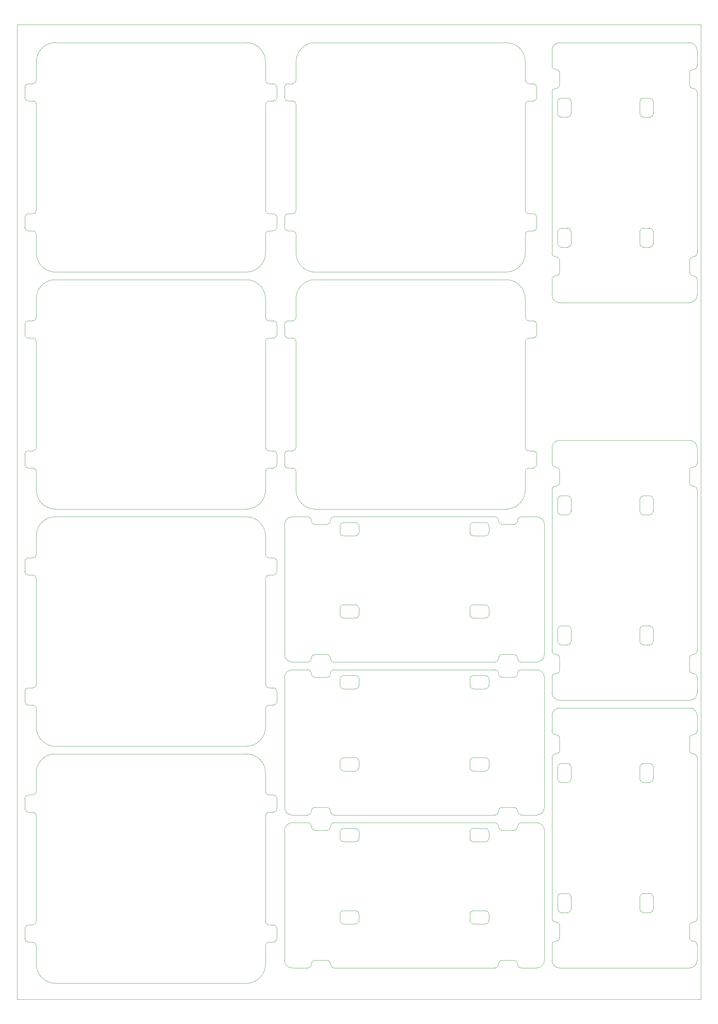
<source format=gbr>
%TF.GenerationSoftware,KiCad,Pcbnew,5.1.7-a382d34a8~87~ubuntu18.04.1*%
%TF.CreationDate,2020-11-13T15:53:22+02:00*%
%TF.ProjectId,panel,70616e65-6c2e-46b6-9963-61645f706362,Rev. A*%
%TF.SameCoordinates,Original*%
%TF.FileFunction,OtherDrawing,Comment*%
%FSLAX46Y46*%
G04 Gerber Fmt 4.6, Leading zero omitted, Abs format (unit mm)*
G04 Created by KiCad (PCBNEW 5.1.7-a382d34a8~87~ubuntu18.04.1) date 2020-11-13 15:53:22*
%MOMM*%
%LPD*%
G01*
G04 APERTURE LIST*
%ADD10C,0.050000*%
G04 APERTURE END LIST*
D10*
X256250000Y-277250000D02*
X77250000Y-277250000D01*
X195750000Y-255000000D02*
X195750000Y-256500000D01*
X200750000Y-256500000D02*
X200750000Y-255000000D01*
X200750000Y-256500000D02*
G75*
G02*
X199750000Y-257500000I-1000000J0D01*
G01*
X195750000Y-255000000D02*
G75*
G02*
X196750000Y-254000000I1000000J0D01*
G01*
X199750000Y-254000000D02*
X196750000Y-254000000D01*
X213250000Y-231000000D02*
G75*
G02*
X215250000Y-233000000I0J-2000000D01*
G01*
X153250000Y-231000000D02*
X149250000Y-231000000D01*
X162750000Y-236000000D02*
X165750000Y-236000000D01*
X196750000Y-257500000D02*
X199750000Y-257500000D01*
X207250000Y-267000000D02*
X204250000Y-267000000D01*
X209250000Y-269000000D02*
G75*
G02*
X208250000Y-268000000I0J1000000D01*
G01*
X199750000Y-254000000D02*
G75*
G02*
X200750000Y-255000000I0J-1000000D01*
G01*
X208250000Y-232000000D02*
G75*
G02*
X209250000Y-231000000I1000000J0D01*
G01*
X204250000Y-233000000D02*
X207250000Y-233000000D01*
X162750000Y-257500000D02*
G75*
G02*
X161750000Y-256500000I0J1000000D01*
G01*
X199750000Y-232500000D02*
X196750000Y-232500000D01*
X155250000Y-233000000D02*
G75*
G02*
X154250000Y-232000000I0J1000000D01*
G01*
X154250000Y-268000000D02*
G75*
G02*
X155250000Y-267000000I1000000J0D01*
G01*
X153250000Y-231000000D02*
G75*
G02*
X154250000Y-232000000I0J-1000000D01*
G01*
X200750000Y-235000000D02*
X200750000Y-233500000D01*
X195750000Y-233500000D02*
X195750000Y-235000000D01*
X166750000Y-256500000D02*
X166750000Y-255000000D01*
X215250000Y-254000000D02*
X215250000Y-233000000D01*
X202250000Y-231000000D02*
X160250000Y-231000000D01*
X166750000Y-256500000D02*
G75*
G02*
X165750000Y-257500000I-1000000J0D01*
G01*
X158250000Y-267000000D02*
X155250000Y-267000000D01*
X213250000Y-269000000D02*
X209250000Y-269000000D01*
X162750000Y-257500000D02*
X165750000Y-257500000D01*
X195750000Y-233500000D02*
G75*
G02*
X196750000Y-232500000I1000000J0D01*
G01*
X165750000Y-232500000D02*
G75*
G02*
X166750000Y-233500000I0J-1000000D01*
G01*
X196750000Y-236000000D02*
X199750000Y-236000000D01*
X196750000Y-257500000D02*
G75*
G02*
X195750000Y-256500000I0J1000000D01*
G01*
X154250000Y-268000000D02*
G75*
G02*
X153250000Y-269000000I-1000000J0D01*
G01*
X160250000Y-269000000D02*
G75*
G02*
X159250000Y-268000000I0J1000000D01*
G01*
X165750000Y-254000000D02*
X162750000Y-254000000D01*
X165750000Y-254000000D02*
G75*
G02*
X166750000Y-255000000I0J-1000000D01*
G01*
X149250000Y-269000000D02*
G75*
G02*
X147250000Y-267000000I0J2000000D01*
G01*
X215250000Y-267000000D02*
G75*
G02*
X213250000Y-269000000I-2000000J0D01*
G01*
X199750000Y-232500000D02*
G75*
G02*
X200750000Y-233500000I0J-1000000D01*
G01*
X158250000Y-267000000D02*
G75*
G02*
X159250000Y-268000000I0J-1000000D01*
G01*
X203250000Y-268000000D02*
G75*
G02*
X202250000Y-269000000I-1000000J0D01*
G01*
X200750000Y-235000000D02*
G75*
G02*
X199750000Y-236000000I-1000000J0D01*
G01*
X147250000Y-233000000D02*
X147250000Y-267000000D01*
X160250000Y-269000000D02*
X202250000Y-269000000D01*
X161750000Y-233500000D02*
X161750000Y-235000000D01*
X166750000Y-235000000D02*
X166750000Y-233500000D01*
X165750000Y-232500000D02*
X162750000Y-232500000D01*
X161750000Y-255000000D02*
X161750000Y-256500000D01*
X161750000Y-255000000D02*
G75*
G02*
X162750000Y-254000000I1000000J0D01*
G01*
X202250000Y-231000000D02*
G75*
G02*
X203250000Y-232000000I0J-1000000D01*
G01*
X204250000Y-233000000D02*
G75*
G02*
X203250000Y-232000000I0J1000000D01*
G01*
X159250000Y-232000000D02*
G75*
G02*
X160250000Y-231000000I1000000J0D01*
G01*
X207250000Y-267000000D02*
G75*
G02*
X208250000Y-268000000I0J-1000000D01*
G01*
X203250000Y-268000000D02*
G75*
G02*
X204250000Y-267000000I1000000J0D01*
G01*
X162750000Y-236000000D02*
G75*
G02*
X161750000Y-235000000I0J1000000D01*
G01*
X153250000Y-269000000D02*
X149250000Y-269000000D01*
X147250000Y-233000000D02*
G75*
G02*
X149250000Y-231000000I2000000J0D01*
G01*
X196750000Y-236000000D02*
G75*
G02*
X195750000Y-235000000I0J1000000D01*
G01*
X166750000Y-235000000D02*
G75*
G02*
X165750000Y-236000000I-1000000J0D01*
G01*
X161750000Y-233500000D02*
G75*
G02*
X162750000Y-232500000I1000000J0D01*
G01*
X208250000Y-232000000D02*
G75*
G02*
X207250000Y-233000000I-1000000J0D01*
G01*
X159250000Y-232000000D02*
G75*
G02*
X158250000Y-233000000I-1000000J0D01*
G01*
X155250000Y-233000000D02*
X158250000Y-233000000D01*
X215250000Y-267000000D02*
X215250000Y-254000000D01*
X209250000Y-231000000D02*
X213250000Y-231000000D01*
X195750000Y-215000000D02*
X195750000Y-216500000D01*
X200750000Y-216500000D02*
X200750000Y-215000000D01*
X200750000Y-216500000D02*
G75*
G02*
X199750000Y-217500000I-1000000J0D01*
G01*
X195750000Y-215000000D02*
G75*
G02*
X196750000Y-214000000I1000000J0D01*
G01*
X199750000Y-214000000D02*
X196750000Y-214000000D01*
X213250000Y-191000000D02*
G75*
G02*
X215250000Y-193000000I0J-2000000D01*
G01*
X153250000Y-191000000D02*
X149250000Y-191000000D01*
X162750000Y-196000000D02*
X165750000Y-196000000D01*
X196750000Y-217500000D02*
X199750000Y-217500000D01*
X207250000Y-227000000D02*
X204250000Y-227000000D01*
X209250000Y-229000000D02*
G75*
G02*
X208250000Y-228000000I0J1000000D01*
G01*
X199750000Y-214000000D02*
G75*
G02*
X200750000Y-215000000I0J-1000000D01*
G01*
X208250000Y-192000000D02*
G75*
G02*
X209250000Y-191000000I1000000J0D01*
G01*
X204250000Y-193000000D02*
X207250000Y-193000000D01*
X162750000Y-217500000D02*
G75*
G02*
X161750000Y-216500000I0J1000000D01*
G01*
X199750000Y-192500000D02*
X196750000Y-192500000D01*
X155250000Y-193000000D02*
G75*
G02*
X154250000Y-192000000I0J1000000D01*
G01*
X154250000Y-228000000D02*
G75*
G02*
X155250000Y-227000000I1000000J0D01*
G01*
X153250000Y-191000000D02*
G75*
G02*
X154250000Y-192000000I0J-1000000D01*
G01*
X200750000Y-195000000D02*
X200750000Y-193500000D01*
X195750000Y-193500000D02*
X195750000Y-195000000D01*
X166750000Y-216500000D02*
X166750000Y-215000000D01*
X215250000Y-214000000D02*
X215250000Y-193000000D01*
X202250000Y-191000000D02*
X160250000Y-191000000D01*
X166750000Y-216500000D02*
G75*
G02*
X165750000Y-217500000I-1000000J0D01*
G01*
X158250000Y-227000000D02*
X155250000Y-227000000D01*
X213250000Y-229000000D02*
X209250000Y-229000000D01*
X162750000Y-217500000D02*
X165750000Y-217500000D01*
X195750000Y-193500000D02*
G75*
G02*
X196750000Y-192500000I1000000J0D01*
G01*
X165750000Y-192500000D02*
G75*
G02*
X166750000Y-193500000I0J-1000000D01*
G01*
X196750000Y-196000000D02*
X199750000Y-196000000D01*
X196750000Y-217500000D02*
G75*
G02*
X195750000Y-216500000I0J1000000D01*
G01*
X154250000Y-228000000D02*
G75*
G02*
X153250000Y-229000000I-1000000J0D01*
G01*
X160250000Y-229000000D02*
G75*
G02*
X159250000Y-228000000I0J1000000D01*
G01*
X165750000Y-214000000D02*
X162750000Y-214000000D01*
X165750000Y-214000000D02*
G75*
G02*
X166750000Y-215000000I0J-1000000D01*
G01*
X149250000Y-229000000D02*
G75*
G02*
X147250000Y-227000000I0J2000000D01*
G01*
X215250000Y-227000000D02*
G75*
G02*
X213250000Y-229000000I-2000000J0D01*
G01*
X199750000Y-192500000D02*
G75*
G02*
X200750000Y-193500000I0J-1000000D01*
G01*
X158250000Y-227000000D02*
G75*
G02*
X159250000Y-228000000I0J-1000000D01*
G01*
X203250000Y-228000000D02*
G75*
G02*
X202250000Y-229000000I-1000000J0D01*
G01*
X200750000Y-195000000D02*
G75*
G02*
X199750000Y-196000000I-1000000J0D01*
G01*
X147250000Y-193000000D02*
X147250000Y-227000000D01*
X160250000Y-229000000D02*
X202250000Y-229000000D01*
X161750000Y-193500000D02*
X161750000Y-195000000D01*
X166750000Y-195000000D02*
X166750000Y-193500000D01*
X165750000Y-192500000D02*
X162750000Y-192500000D01*
X161750000Y-215000000D02*
X161750000Y-216500000D01*
X161750000Y-215000000D02*
G75*
G02*
X162750000Y-214000000I1000000J0D01*
G01*
X202250000Y-191000000D02*
G75*
G02*
X203250000Y-192000000I0J-1000000D01*
G01*
X204250000Y-193000000D02*
G75*
G02*
X203250000Y-192000000I0J1000000D01*
G01*
X159250000Y-192000000D02*
G75*
G02*
X160250000Y-191000000I1000000J0D01*
G01*
X207250000Y-227000000D02*
G75*
G02*
X208250000Y-228000000I0J-1000000D01*
G01*
X203250000Y-228000000D02*
G75*
G02*
X204250000Y-227000000I1000000J0D01*
G01*
X162750000Y-196000000D02*
G75*
G02*
X161750000Y-195000000I0J1000000D01*
G01*
X153250000Y-229000000D02*
X149250000Y-229000000D01*
X147250000Y-193000000D02*
G75*
G02*
X149250000Y-191000000I2000000J0D01*
G01*
X196750000Y-196000000D02*
G75*
G02*
X195750000Y-195000000I0J1000000D01*
G01*
X166750000Y-195000000D02*
G75*
G02*
X165750000Y-196000000I-1000000J0D01*
G01*
X161750000Y-193500000D02*
G75*
G02*
X162750000Y-192500000I1000000J0D01*
G01*
X208250000Y-192000000D02*
G75*
G02*
X207250000Y-193000000I-1000000J0D01*
G01*
X159250000Y-192000000D02*
G75*
G02*
X158250000Y-193000000I-1000000J0D01*
G01*
X155250000Y-193000000D02*
X158250000Y-193000000D01*
X215250000Y-227000000D02*
X215250000Y-214000000D01*
X209250000Y-191000000D02*
X213250000Y-191000000D01*
X195750000Y-175000000D02*
X195750000Y-176500000D01*
X200750000Y-176500000D02*
X200750000Y-175000000D01*
X200750000Y-176500000D02*
G75*
G02*
X199750000Y-177500000I-1000000J0D01*
G01*
X195750000Y-175000000D02*
G75*
G02*
X196750000Y-174000000I1000000J0D01*
G01*
X199750000Y-174000000D02*
X196750000Y-174000000D01*
X213250000Y-151000000D02*
G75*
G02*
X215250000Y-153000000I0J-2000000D01*
G01*
X153250000Y-151000000D02*
X149250000Y-151000000D01*
X162750000Y-156000000D02*
X165750000Y-156000000D01*
X196750000Y-177500000D02*
X199750000Y-177500000D01*
X207250000Y-187000000D02*
X204250000Y-187000000D01*
X209250000Y-189000000D02*
G75*
G02*
X208250000Y-188000000I0J1000000D01*
G01*
X199750000Y-174000000D02*
G75*
G02*
X200750000Y-175000000I0J-1000000D01*
G01*
X208250000Y-152000000D02*
G75*
G02*
X209250000Y-151000000I1000000J0D01*
G01*
X204250000Y-153000000D02*
X207250000Y-153000000D01*
X162750000Y-177500000D02*
G75*
G02*
X161750000Y-176500000I0J1000000D01*
G01*
X199750000Y-152500000D02*
X196750000Y-152500000D01*
X155250000Y-153000000D02*
G75*
G02*
X154250000Y-152000000I0J1000000D01*
G01*
X154250000Y-188000000D02*
G75*
G02*
X155250000Y-187000000I1000000J0D01*
G01*
X153250000Y-151000000D02*
G75*
G02*
X154250000Y-152000000I0J-1000000D01*
G01*
X200750000Y-155000000D02*
X200750000Y-153500000D01*
X195750000Y-153500000D02*
X195750000Y-155000000D01*
X166750000Y-176500000D02*
X166750000Y-175000000D01*
X215250000Y-174000000D02*
X215250000Y-153000000D01*
X202250000Y-151000000D02*
X160250000Y-151000000D01*
X166750000Y-176500000D02*
G75*
G02*
X165750000Y-177500000I-1000000J0D01*
G01*
X158250000Y-187000000D02*
X155250000Y-187000000D01*
X213250000Y-189000000D02*
X209250000Y-189000000D01*
X162750000Y-177500000D02*
X165750000Y-177500000D01*
X195750000Y-153500000D02*
G75*
G02*
X196750000Y-152500000I1000000J0D01*
G01*
X165750000Y-152500000D02*
G75*
G02*
X166750000Y-153500000I0J-1000000D01*
G01*
X196750000Y-156000000D02*
X199750000Y-156000000D01*
X196750000Y-177500000D02*
G75*
G02*
X195750000Y-176500000I0J1000000D01*
G01*
X154250000Y-188000000D02*
G75*
G02*
X153250000Y-189000000I-1000000J0D01*
G01*
X160250000Y-189000000D02*
G75*
G02*
X159250000Y-188000000I0J1000000D01*
G01*
X165750000Y-174000000D02*
X162750000Y-174000000D01*
X165750000Y-174000000D02*
G75*
G02*
X166750000Y-175000000I0J-1000000D01*
G01*
X149250000Y-189000000D02*
G75*
G02*
X147250000Y-187000000I0J2000000D01*
G01*
X215250000Y-187000000D02*
G75*
G02*
X213250000Y-189000000I-2000000J0D01*
G01*
X199750000Y-152500000D02*
G75*
G02*
X200750000Y-153500000I0J-1000000D01*
G01*
X158250000Y-187000000D02*
G75*
G02*
X159250000Y-188000000I0J-1000000D01*
G01*
X203250000Y-188000000D02*
G75*
G02*
X202250000Y-189000000I-1000000J0D01*
G01*
X200750000Y-155000000D02*
G75*
G02*
X199750000Y-156000000I-1000000J0D01*
G01*
X147250000Y-153000000D02*
X147250000Y-187000000D01*
X160250000Y-189000000D02*
X202250000Y-189000000D01*
X161750000Y-153500000D02*
X161750000Y-155000000D01*
X166750000Y-155000000D02*
X166750000Y-153500000D01*
X165750000Y-152500000D02*
X162750000Y-152500000D01*
X161750000Y-175000000D02*
X161750000Y-176500000D01*
X161750000Y-175000000D02*
G75*
G02*
X162750000Y-174000000I1000000J0D01*
G01*
X202250000Y-151000000D02*
G75*
G02*
X203250000Y-152000000I0J-1000000D01*
G01*
X204250000Y-153000000D02*
G75*
G02*
X203250000Y-152000000I0J1000000D01*
G01*
X159250000Y-152000000D02*
G75*
G02*
X160250000Y-151000000I1000000J0D01*
G01*
X207250000Y-187000000D02*
G75*
G02*
X208250000Y-188000000I0J-1000000D01*
G01*
X203250000Y-188000000D02*
G75*
G02*
X204250000Y-187000000I1000000J0D01*
G01*
X162750000Y-156000000D02*
G75*
G02*
X161750000Y-155000000I0J1000000D01*
G01*
X153250000Y-189000000D02*
X149250000Y-189000000D01*
X147250000Y-153000000D02*
G75*
G02*
X149250000Y-151000000I2000000J0D01*
G01*
X196750000Y-156000000D02*
G75*
G02*
X195750000Y-155000000I0J1000000D01*
G01*
X166750000Y-155000000D02*
G75*
G02*
X165750000Y-156000000I-1000000J0D01*
G01*
X161750000Y-153500000D02*
G75*
G02*
X162750000Y-152500000I1000000J0D01*
G01*
X208250000Y-152000000D02*
G75*
G02*
X207250000Y-153000000I-1000000J0D01*
G01*
X159250000Y-152000000D02*
G75*
G02*
X158250000Y-153000000I-1000000J0D01*
G01*
X155250000Y-153000000D02*
X158250000Y-153000000D01*
X215250000Y-187000000D02*
X215250000Y-174000000D01*
X209250000Y-151000000D02*
X213250000Y-151000000D01*
X241250000Y-220500000D02*
X242750000Y-220500000D01*
X242750000Y-215500000D02*
X241250000Y-215500000D01*
X242750000Y-215500000D02*
G75*
G02*
X243750000Y-216500000I0J-1000000D01*
G01*
X241250000Y-220500000D02*
G75*
G02*
X240250000Y-219500000I0J1000000D01*
G01*
X240250000Y-216500000D02*
X240250000Y-219500000D01*
X217250000Y-203000000D02*
G75*
G02*
X219250000Y-201000000I2000000J0D01*
G01*
X217250000Y-263000000D02*
X217250000Y-267000000D01*
X222250000Y-253500000D02*
X222250000Y-250500000D01*
X243750000Y-219500000D02*
X243750000Y-216500000D01*
X253250000Y-209000000D02*
X253250000Y-212000000D01*
X255250000Y-207000000D02*
G75*
G02*
X254250000Y-208000000I-1000000J0D01*
G01*
X240250000Y-216500000D02*
G75*
G02*
X241250000Y-215500000I1000000J0D01*
G01*
X218250000Y-208000000D02*
G75*
G02*
X217250000Y-207000000I0J1000000D01*
G01*
X219250000Y-212000000D02*
X219250000Y-209000000D01*
X243750000Y-253500000D02*
G75*
G02*
X242750000Y-254500000I-1000000J0D01*
G01*
X218750000Y-216500000D02*
X218750000Y-219500000D01*
X219250000Y-261000000D02*
G75*
G02*
X218250000Y-262000000I-1000000J0D01*
G01*
X254250000Y-262000000D02*
G75*
G02*
X253250000Y-261000000I0J1000000D01*
G01*
X217250000Y-263000000D02*
G75*
G02*
X218250000Y-262000000I1000000J0D01*
G01*
X221250000Y-215500000D02*
X219750000Y-215500000D01*
X219750000Y-220500000D02*
X221250000Y-220500000D01*
X242750000Y-249500000D02*
X241250000Y-249500000D01*
X240250000Y-201000000D02*
X219250000Y-201000000D01*
X217250000Y-214000000D02*
X217250000Y-256000000D01*
X242750000Y-249500000D02*
G75*
G02*
X243750000Y-250500000I0J-1000000D01*
G01*
X253250000Y-258000000D02*
X253250000Y-261000000D01*
X255250000Y-203000000D02*
X255250000Y-207000000D01*
X243750000Y-253500000D02*
X243750000Y-250500000D01*
X219750000Y-220500000D02*
G75*
G02*
X218750000Y-219500000I0J1000000D01*
G01*
X218750000Y-250500000D02*
G75*
G02*
X219750000Y-249500000I1000000J0D01*
G01*
X222250000Y-219500000D02*
X222250000Y-216500000D01*
X243750000Y-219500000D02*
G75*
G02*
X242750000Y-220500000I-1000000J0D01*
G01*
X254250000Y-262000000D02*
G75*
G02*
X255250000Y-263000000I0J-1000000D01*
G01*
X255250000Y-256000000D02*
G75*
G02*
X254250000Y-257000000I-1000000J0D01*
G01*
X240250000Y-250500000D02*
X240250000Y-253500000D01*
X240250000Y-250500000D02*
G75*
G02*
X241250000Y-249500000I1000000J0D01*
G01*
X255250000Y-267000000D02*
G75*
G02*
X253250000Y-269000000I-2000000J0D01*
G01*
X253250000Y-201000000D02*
G75*
G02*
X255250000Y-203000000I0J-2000000D01*
G01*
X218750000Y-216500000D02*
G75*
G02*
X219750000Y-215500000I1000000J0D01*
G01*
X253250000Y-258000000D02*
G75*
G02*
X254250000Y-257000000I1000000J0D01*
G01*
X254250000Y-213000000D02*
G75*
G02*
X255250000Y-214000000I0J-1000000D01*
G01*
X221250000Y-215500000D02*
G75*
G02*
X222250000Y-216500000I0J-1000000D01*
G01*
X219250000Y-269000000D02*
X253250000Y-269000000D01*
X255250000Y-256000000D02*
X255250000Y-214000000D01*
X219750000Y-254500000D02*
X221250000Y-254500000D01*
X221250000Y-249500000D02*
X219750000Y-249500000D01*
X218750000Y-250500000D02*
X218750000Y-253500000D01*
X241250000Y-254500000D02*
X242750000Y-254500000D01*
X241250000Y-254500000D02*
G75*
G02*
X240250000Y-253500000I0J1000000D01*
G01*
X217250000Y-214000000D02*
G75*
G02*
X218250000Y-213000000I1000000J0D01*
G01*
X219250000Y-212000000D02*
G75*
G02*
X218250000Y-213000000I-1000000J0D01*
G01*
X218250000Y-257000000D02*
G75*
G02*
X217250000Y-256000000I0J1000000D01*
G01*
X253250000Y-209000000D02*
G75*
G02*
X254250000Y-208000000I1000000J0D01*
G01*
X254250000Y-213000000D02*
G75*
G02*
X253250000Y-212000000I0J1000000D01*
G01*
X222250000Y-253500000D02*
G75*
G02*
X221250000Y-254500000I-1000000J0D01*
G01*
X255250000Y-263000000D02*
X255250000Y-267000000D01*
X219250000Y-269000000D02*
G75*
G02*
X217250000Y-267000000I0J2000000D01*
G01*
X222250000Y-219500000D02*
G75*
G02*
X221250000Y-220500000I-1000000J0D01*
G01*
X221250000Y-249500000D02*
G75*
G02*
X222250000Y-250500000I0J-1000000D01*
G01*
X219750000Y-254500000D02*
G75*
G02*
X218750000Y-253500000I0J1000000D01*
G01*
X218250000Y-208000000D02*
G75*
G02*
X219250000Y-209000000I0J-1000000D01*
G01*
X218250000Y-257000000D02*
G75*
G02*
X219250000Y-258000000I0J-1000000D01*
G01*
X219250000Y-261000000D02*
X219250000Y-258000000D01*
X253250000Y-201000000D02*
X240250000Y-201000000D01*
X217250000Y-207000000D02*
X217250000Y-203000000D01*
X241250000Y-150500000D02*
X242750000Y-150500000D01*
X242750000Y-145500000D02*
X241250000Y-145500000D01*
X242750000Y-145500000D02*
G75*
G02*
X243750000Y-146500000I0J-1000000D01*
G01*
X241250000Y-150500000D02*
G75*
G02*
X240250000Y-149500000I0J1000000D01*
G01*
X240250000Y-146500000D02*
X240250000Y-149500000D01*
X217250000Y-133000000D02*
G75*
G02*
X219250000Y-131000000I2000000J0D01*
G01*
X217250000Y-193000000D02*
X217250000Y-197000000D01*
X222250000Y-183500000D02*
X222250000Y-180500000D01*
X243750000Y-149500000D02*
X243750000Y-146500000D01*
X253250000Y-139000000D02*
X253250000Y-142000000D01*
X255250000Y-137000000D02*
G75*
G02*
X254250000Y-138000000I-1000000J0D01*
G01*
X240250000Y-146500000D02*
G75*
G02*
X241250000Y-145500000I1000000J0D01*
G01*
X218250000Y-138000000D02*
G75*
G02*
X217250000Y-137000000I0J1000000D01*
G01*
X219250000Y-142000000D02*
X219250000Y-139000000D01*
X243750000Y-183500000D02*
G75*
G02*
X242750000Y-184500000I-1000000J0D01*
G01*
X218750000Y-146500000D02*
X218750000Y-149500000D01*
X219250000Y-191000000D02*
G75*
G02*
X218250000Y-192000000I-1000000J0D01*
G01*
X254250000Y-192000000D02*
G75*
G02*
X253250000Y-191000000I0J1000000D01*
G01*
X217250000Y-193000000D02*
G75*
G02*
X218250000Y-192000000I1000000J0D01*
G01*
X221250000Y-145500000D02*
X219750000Y-145500000D01*
X219750000Y-150500000D02*
X221250000Y-150500000D01*
X242750000Y-179500000D02*
X241250000Y-179500000D01*
X240250000Y-131000000D02*
X219250000Y-131000000D01*
X217250000Y-144000000D02*
X217250000Y-186000000D01*
X242750000Y-179500000D02*
G75*
G02*
X243750000Y-180500000I0J-1000000D01*
G01*
X253250000Y-188000000D02*
X253250000Y-191000000D01*
X255250000Y-133000000D02*
X255250000Y-137000000D01*
X243750000Y-183500000D02*
X243750000Y-180500000D01*
X219750000Y-150500000D02*
G75*
G02*
X218750000Y-149500000I0J1000000D01*
G01*
X218750000Y-180500000D02*
G75*
G02*
X219750000Y-179500000I1000000J0D01*
G01*
X222250000Y-149500000D02*
X222250000Y-146500000D01*
X243750000Y-149500000D02*
G75*
G02*
X242750000Y-150500000I-1000000J0D01*
G01*
X254250000Y-192000000D02*
G75*
G02*
X255250000Y-193000000I0J-1000000D01*
G01*
X255250000Y-186000000D02*
G75*
G02*
X254250000Y-187000000I-1000000J0D01*
G01*
X240250000Y-180500000D02*
X240250000Y-183500000D01*
X240250000Y-180500000D02*
G75*
G02*
X241250000Y-179500000I1000000J0D01*
G01*
X255250000Y-197000000D02*
G75*
G02*
X253250000Y-199000000I-2000000J0D01*
G01*
X253250000Y-131000000D02*
G75*
G02*
X255250000Y-133000000I0J-2000000D01*
G01*
X218750000Y-146500000D02*
G75*
G02*
X219750000Y-145500000I1000000J0D01*
G01*
X253250000Y-188000000D02*
G75*
G02*
X254250000Y-187000000I1000000J0D01*
G01*
X254250000Y-143000000D02*
G75*
G02*
X255250000Y-144000000I0J-1000000D01*
G01*
X221250000Y-145500000D02*
G75*
G02*
X222250000Y-146500000I0J-1000000D01*
G01*
X219250000Y-199000000D02*
X253250000Y-199000000D01*
X255250000Y-186000000D02*
X255250000Y-144000000D01*
X219750000Y-184500000D02*
X221250000Y-184500000D01*
X221250000Y-179500000D02*
X219750000Y-179500000D01*
X218750000Y-180500000D02*
X218750000Y-183500000D01*
X241250000Y-184500000D02*
X242750000Y-184500000D01*
X241250000Y-184500000D02*
G75*
G02*
X240250000Y-183500000I0J1000000D01*
G01*
X217250000Y-144000000D02*
G75*
G02*
X218250000Y-143000000I1000000J0D01*
G01*
X219250000Y-142000000D02*
G75*
G02*
X218250000Y-143000000I-1000000J0D01*
G01*
X218250000Y-187000000D02*
G75*
G02*
X217250000Y-186000000I0J1000000D01*
G01*
X253250000Y-139000000D02*
G75*
G02*
X254250000Y-138000000I1000000J0D01*
G01*
X254250000Y-143000000D02*
G75*
G02*
X253250000Y-142000000I0J1000000D01*
G01*
X222250000Y-183500000D02*
G75*
G02*
X221250000Y-184500000I-1000000J0D01*
G01*
X255250000Y-193000000D02*
X255250000Y-197000000D01*
X219250000Y-199000000D02*
G75*
G02*
X217250000Y-197000000I0J2000000D01*
G01*
X222250000Y-149500000D02*
G75*
G02*
X221250000Y-150500000I-1000000J0D01*
G01*
X221250000Y-179500000D02*
G75*
G02*
X222250000Y-180500000I0J-1000000D01*
G01*
X219750000Y-184500000D02*
G75*
G02*
X218750000Y-183500000I0J1000000D01*
G01*
X218250000Y-138000000D02*
G75*
G02*
X219250000Y-139000000I0J-1000000D01*
G01*
X218250000Y-187000000D02*
G75*
G02*
X219250000Y-188000000I0J-1000000D01*
G01*
X219250000Y-191000000D02*
X219250000Y-188000000D01*
X253250000Y-131000000D02*
X240250000Y-131000000D01*
X217250000Y-137000000D02*
X217250000Y-133000000D01*
X143250000Y-161750000D02*
G75*
G02*
X142250000Y-160750000I0J1000000D01*
G01*
X82250000Y-194750000D02*
G75*
G02*
X81250000Y-195750000I-1000000J0D01*
G01*
X79250000Y-162750000D02*
G75*
G02*
X80250000Y-161750000I1000000J0D01*
G01*
X82250000Y-160750000D02*
G75*
G02*
X81250000Y-161750000I-1000000J0D01*
G01*
X145250000Y-261250000D02*
G75*
G02*
X144250000Y-262250000I-1000000J0D01*
G01*
X143250000Y-223750000D02*
X144250000Y-223750000D01*
X81250000Y-195750000D02*
X80250000Y-195750000D01*
X143250000Y-223750000D02*
G75*
G02*
X142250000Y-222750000I0J1000000D01*
G01*
X145250000Y-227250000D02*
G75*
G02*
X144250000Y-228250000I-1000000J0D01*
G01*
X145250000Y-224750000D02*
X145250000Y-227250000D01*
X142250000Y-160500000D02*
X142250000Y-160750000D01*
X142250000Y-201250000D02*
X142250000Y-201500000D01*
X142250000Y-167250000D02*
X142250000Y-167500000D01*
X144250000Y-161750000D02*
G75*
G02*
X145250000Y-162750000I0J-1000000D01*
G01*
X87250000Y-273000000D02*
G75*
G02*
X82250000Y-268000000I0J5000000D01*
G01*
X82250000Y-156000000D02*
X82250000Y-160500000D01*
X142250000Y-206000000D02*
G75*
G02*
X137250000Y-211000000I-5000000J0D01*
G01*
X82250000Y-156000000D02*
G75*
G02*
X87250000Y-151000000I5000000J0D01*
G01*
X137250000Y-151000000D02*
G75*
G02*
X142250000Y-156000000I0J-5000000D01*
G01*
X79250000Y-258750000D02*
G75*
G02*
X80250000Y-257750000I1000000J0D01*
G01*
X143250000Y-166250000D02*
X144250000Y-166250000D01*
X81250000Y-262250000D02*
G75*
G02*
X82250000Y-263250000I0J-1000000D01*
G01*
X142250000Y-229250000D02*
X142250000Y-229500000D01*
X82250000Y-222750000D02*
G75*
G02*
X81250000Y-223750000I-1000000J0D01*
G01*
X79250000Y-224750000D02*
G75*
G02*
X80250000Y-223750000I1000000J0D01*
G01*
X82250000Y-263500000D02*
X82250000Y-268000000D01*
X87250000Y-273000000D02*
X137250000Y-273000000D01*
X137250000Y-213000000D02*
G75*
G02*
X142250000Y-218000000I0J-5000000D01*
G01*
X142250000Y-268000000D02*
G75*
G02*
X137250000Y-273000000I-5000000J0D01*
G01*
X145250000Y-199250000D02*
G75*
G02*
X144250000Y-200250000I-1000000J0D01*
G01*
X82250000Y-256500000D02*
X82250000Y-229500000D01*
X82250000Y-222500000D02*
X82225063Y-217999999D01*
X82250000Y-167500000D02*
X82250000Y-194500000D01*
X82250000Y-201500000D02*
X82250000Y-206000000D01*
X86750000Y-211000000D02*
X137250000Y-211000000D01*
X86750001Y-213000001D02*
X137250000Y-213000000D01*
X145250000Y-196750000D02*
X145250000Y-199250000D01*
X145250000Y-258750000D02*
X145250000Y-261250000D01*
X79250000Y-227250000D02*
X79250000Y-224750000D01*
X80250000Y-228250000D02*
G75*
G02*
X79250000Y-227250000I0J1000000D01*
G01*
X82250000Y-229500000D02*
X82250000Y-229250000D01*
X145250000Y-162750000D02*
X145250000Y-165250000D01*
X144250000Y-195750000D02*
G75*
G02*
X145250000Y-196750000I0J-1000000D01*
G01*
X82250000Y-256750000D02*
G75*
G02*
X81250000Y-257750000I-1000000J0D01*
G01*
X145250000Y-165250000D02*
G75*
G02*
X144250000Y-166250000I-1000000J0D01*
G01*
X143250000Y-228250000D02*
X144250000Y-228250000D01*
X79250000Y-165250000D02*
X79250000Y-162750000D01*
X142250000Y-167250000D02*
G75*
G02*
X143250000Y-166250000I1000000J0D01*
G01*
X143250000Y-195750000D02*
X144250000Y-195750000D01*
X80250000Y-166250000D02*
G75*
G02*
X79250000Y-165250000I0J1000000D01*
G01*
X81250000Y-200250000D02*
G75*
G02*
X82250000Y-201250000I0J-1000000D01*
G01*
X81250000Y-166250000D02*
G75*
G02*
X82250000Y-167250000I0J-1000000D01*
G01*
X81250000Y-223750000D02*
X80250000Y-223750000D01*
X142250000Y-263250000D02*
G75*
G02*
X143250000Y-262250000I1000000J0D01*
G01*
X82250000Y-201500000D02*
X82250000Y-201250000D01*
X143250000Y-200250000D02*
X144250000Y-200250000D01*
X144250000Y-223750000D02*
G75*
G02*
X145250000Y-224750000I0J-1000000D01*
G01*
X82250000Y-160750000D02*
X82250000Y-160500000D01*
X143250000Y-257750000D02*
X144250000Y-257750000D01*
X82250000Y-263500000D02*
X82250000Y-263250000D01*
X82250000Y-256750000D02*
X82250000Y-256500000D01*
X144250000Y-257750000D02*
G75*
G02*
X145250000Y-258750000I0J-1000000D01*
G01*
X142250000Y-229250000D02*
G75*
G02*
X143250000Y-228250000I1000000J0D01*
G01*
X79250000Y-199250000D02*
X79250000Y-196750000D01*
X142250000Y-263250000D02*
X142250000Y-263500000D01*
X81250000Y-200250000D02*
X80250000Y-200250000D01*
X81250000Y-257750000D02*
X80250000Y-257750000D01*
X80250000Y-262250000D02*
G75*
G02*
X79250000Y-261250000I0J1000000D01*
G01*
X81250000Y-228250000D02*
X80250000Y-228250000D01*
X142250000Y-222500000D02*
X142250000Y-222750000D01*
X142250000Y-167500000D02*
X142250000Y-194500000D01*
X142250000Y-256500000D02*
X142250000Y-229500000D01*
X142250000Y-222500000D02*
X142250000Y-218000000D01*
X82250000Y-222750000D02*
X82250000Y-222500000D01*
X143250000Y-257750000D02*
G75*
G02*
X142250000Y-256750000I0J1000000D01*
G01*
X79250000Y-261250000D02*
X79250000Y-258750000D01*
X82250000Y-167500000D02*
X82250000Y-167250000D01*
X81250000Y-166250000D02*
X80250000Y-166250000D01*
X143250000Y-161750000D02*
X144250000Y-161750000D01*
X137250000Y-151000000D02*
X87250000Y-151000000D01*
X86264718Y-210901961D02*
G75*
G02*
X82250000Y-206000000I985282J4901961D01*
G01*
X142250000Y-160500000D02*
X142250000Y-156000000D01*
X142250000Y-268000000D02*
X142250000Y-263500000D01*
X143250000Y-262250000D02*
X144250000Y-262250000D01*
X81250000Y-262250000D02*
X80250000Y-262250000D01*
X142250000Y-194500000D02*
X142250000Y-194750000D01*
X142250000Y-256500000D02*
X142250000Y-256750000D01*
X86264718Y-210901961D02*
X86750000Y-211000000D01*
X82225063Y-217999999D02*
G75*
G02*
X86750001Y-213000001I5024937J-1D01*
G01*
X81250000Y-161750000D02*
X80250000Y-161750000D01*
X82250000Y-194750000D02*
X82250000Y-194500000D01*
X142250000Y-201250000D02*
G75*
G02*
X143250000Y-200250000I1000000J0D01*
G01*
X143250000Y-195750000D02*
G75*
G02*
X142250000Y-194750000I0J1000000D01*
G01*
X142250000Y-201500000D02*
X142250000Y-206000000D01*
X80250000Y-200250000D02*
G75*
G02*
X79250000Y-199250000I0J1000000D01*
G01*
X81250000Y-228250000D02*
G75*
G02*
X82250000Y-229250000I0J-1000000D01*
G01*
X79250000Y-196750000D02*
G75*
G02*
X80250000Y-195750000I1000000J0D01*
G01*
X211250000Y-37750000D02*
G75*
G02*
X210250000Y-36750000I0J1000000D01*
G01*
X150250000Y-70750000D02*
G75*
G02*
X149250000Y-71750000I-1000000J0D01*
G01*
X147250000Y-38750000D02*
G75*
G02*
X148250000Y-37750000I1000000J0D01*
G01*
X150250000Y-36750000D02*
G75*
G02*
X149250000Y-37750000I-1000000J0D01*
G01*
X213250000Y-137250000D02*
G75*
G02*
X212250000Y-138250000I-1000000J0D01*
G01*
X211250000Y-99750000D02*
X212250000Y-99750000D01*
X149250000Y-71750000D02*
X148250000Y-71750000D01*
X211250000Y-99750000D02*
G75*
G02*
X210250000Y-98750000I0J1000000D01*
G01*
X213250000Y-103250000D02*
G75*
G02*
X212250000Y-104250000I-1000000J0D01*
G01*
X213250000Y-100750000D02*
X213250000Y-103250000D01*
X210250000Y-36500000D02*
X210250000Y-36750000D01*
X210250000Y-77250000D02*
X210250000Y-77500000D01*
X210250000Y-43250000D02*
X210250000Y-43500000D01*
X212250000Y-37750000D02*
G75*
G02*
X213250000Y-38750000I0J-1000000D01*
G01*
X155250000Y-149000000D02*
G75*
G02*
X150250000Y-144000000I0J5000000D01*
G01*
X150250000Y-32000000D02*
X150250000Y-36500000D01*
X210250000Y-82000000D02*
G75*
G02*
X205250000Y-87000000I-5000000J0D01*
G01*
X150250000Y-32000000D02*
G75*
G02*
X155250000Y-27000000I5000000J0D01*
G01*
X205250000Y-27000000D02*
G75*
G02*
X210250000Y-32000000I0J-5000000D01*
G01*
X147250000Y-134750000D02*
G75*
G02*
X148250000Y-133750000I1000000J0D01*
G01*
X211250000Y-42250000D02*
X212250000Y-42250000D01*
X149250000Y-138250000D02*
G75*
G02*
X150250000Y-139250000I0J-1000000D01*
G01*
X210250000Y-105250000D02*
X210250000Y-105500000D01*
X150250000Y-98750000D02*
G75*
G02*
X149250000Y-99750000I-1000000J0D01*
G01*
X147250000Y-100750000D02*
G75*
G02*
X148250000Y-99750000I1000000J0D01*
G01*
X150250000Y-139500000D02*
X150250000Y-144000000D01*
X155250000Y-149000000D02*
X205250000Y-149000000D01*
X205250000Y-89000000D02*
G75*
G02*
X210250000Y-94000000I0J-5000000D01*
G01*
X210250000Y-144000000D02*
G75*
G02*
X205250000Y-149000000I-5000000J0D01*
G01*
X213250000Y-75250000D02*
G75*
G02*
X212250000Y-76250000I-1000000J0D01*
G01*
X150250000Y-132500000D02*
X150250000Y-105500000D01*
X150250000Y-98500000D02*
X150225063Y-93999999D01*
X150250000Y-43500000D02*
X150250000Y-70500000D01*
X150250000Y-77500000D02*
X150250000Y-82000000D01*
X154750000Y-87000000D02*
X205250000Y-87000000D01*
X154750001Y-89000001D02*
X205250000Y-89000000D01*
X213250000Y-72750000D02*
X213250000Y-75250000D01*
X213250000Y-134750000D02*
X213250000Y-137250000D01*
X147250000Y-103250000D02*
X147250000Y-100750000D01*
X148250000Y-104250000D02*
G75*
G02*
X147250000Y-103250000I0J1000000D01*
G01*
X150250000Y-105500000D02*
X150250000Y-105250000D01*
X213250000Y-38750000D02*
X213250000Y-41250000D01*
X212250000Y-71750000D02*
G75*
G02*
X213250000Y-72750000I0J-1000000D01*
G01*
X150250000Y-132750000D02*
G75*
G02*
X149250000Y-133750000I-1000000J0D01*
G01*
X213250000Y-41250000D02*
G75*
G02*
X212250000Y-42250000I-1000000J0D01*
G01*
X211250000Y-104250000D02*
X212250000Y-104250000D01*
X147250000Y-41250000D02*
X147250000Y-38750000D01*
X210250000Y-43250000D02*
G75*
G02*
X211250000Y-42250000I1000000J0D01*
G01*
X211250000Y-71750000D02*
X212250000Y-71750000D01*
X148250000Y-42250000D02*
G75*
G02*
X147250000Y-41250000I0J1000000D01*
G01*
X149250000Y-76250000D02*
G75*
G02*
X150250000Y-77250000I0J-1000000D01*
G01*
X149250000Y-42250000D02*
G75*
G02*
X150250000Y-43250000I0J-1000000D01*
G01*
X149250000Y-99750000D02*
X148250000Y-99750000D01*
X210250000Y-139250000D02*
G75*
G02*
X211250000Y-138250000I1000000J0D01*
G01*
X150250000Y-77500000D02*
X150250000Y-77250000D01*
X211250000Y-76250000D02*
X212250000Y-76250000D01*
X212250000Y-99750000D02*
G75*
G02*
X213250000Y-100750000I0J-1000000D01*
G01*
X150250000Y-36750000D02*
X150250000Y-36500000D01*
X211250000Y-133750000D02*
X212250000Y-133750000D01*
X150250000Y-139500000D02*
X150250000Y-139250000D01*
X150250000Y-132750000D02*
X150250000Y-132500000D01*
X212250000Y-133750000D02*
G75*
G02*
X213250000Y-134750000I0J-1000000D01*
G01*
X210250000Y-105250000D02*
G75*
G02*
X211250000Y-104250000I1000000J0D01*
G01*
X147250000Y-75250000D02*
X147250000Y-72750000D01*
X210250000Y-139250000D02*
X210250000Y-139500000D01*
X149250000Y-76250000D02*
X148250000Y-76250000D01*
X149250000Y-133750000D02*
X148250000Y-133750000D01*
X148250000Y-138250000D02*
G75*
G02*
X147250000Y-137250000I0J1000000D01*
G01*
X149250000Y-104250000D02*
X148250000Y-104250000D01*
X210250000Y-98500000D02*
X210250000Y-98750000D01*
X210250000Y-43500000D02*
X210250000Y-70500000D01*
X210250000Y-132500000D02*
X210250000Y-105500000D01*
X210250000Y-98500000D02*
X210250000Y-94000000D01*
X150250000Y-98750000D02*
X150250000Y-98500000D01*
X211250000Y-133750000D02*
G75*
G02*
X210250000Y-132750000I0J1000000D01*
G01*
X147250000Y-137250000D02*
X147250000Y-134750000D01*
X150250000Y-43500000D02*
X150250000Y-43250000D01*
X149250000Y-42250000D02*
X148250000Y-42250000D01*
X211250000Y-37750000D02*
X212250000Y-37750000D01*
X205250000Y-27000000D02*
X155250000Y-27000000D01*
X154264718Y-86901961D02*
G75*
G02*
X150250000Y-82000000I985282J4901961D01*
G01*
X210250000Y-36500000D02*
X210250000Y-32000000D01*
X210250000Y-144000000D02*
X210250000Y-139500000D01*
X211250000Y-138250000D02*
X212250000Y-138250000D01*
X149250000Y-138250000D02*
X148250000Y-138250000D01*
X210250000Y-70500000D02*
X210250000Y-70750000D01*
X210250000Y-132500000D02*
X210250000Y-132750000D01*
X154264718Y-86901961D02*
X154750000Y-87000000D01*
X150225063Y-93999999D02*
G75*
G02*
X154750001Y-89000001I5024937J-1D01*
G01*
X149250000Y-37750000D02*
X148250000Y-37750000D01*
X150250000Y-70750000D02*
X150250000Y-70500000D01*
X210250000Y-77250000D02*
G75*
G02*
X211250000Y-76250000I1000000J0D01*
G01*
X211250000Y-71750000D02*
G75*
G02*
X210250000Y-70750000I0J1000000D01*
G01*
X210250000Y-77500000D02*
X210250000Y-82000000D01*
X148250000Y-76250000D02*
G75*
G02*
X147250000Y-75250000I0J1000000D01*
G01*
X149250000Y-104250000D02*
G75*
G02*
X150250000Y-105250000I0J-1000000D01*
G01*
X147250000Y-72750000D02*
G75*
G02*
X148250000Y-71750000I1000000J0D01*
G01*
X143250000Y-37750000D02*
G75*
G02*
X142250000Y-36750000I0J1000000D01*
G01*
X82250000Y-70750000D02*
G75*
G02*
X81250000Y-71750000I-1000000J0D01*
G01*
X79250000Y-38750000D02*
G75*
G02*
X80250000Y-37750000I1000000J0D01*
G01*
X82250000Y-36750000D02*
G75*
G02*
X81250000Y-37750000I-1000000J0D01*
G01*
X145250000Y-137250000D02*
G75*
G02*
X144250000Y-138250000I-1000000J0D01*
G01*
X143250000Y-99750000D02*
X144250000Y-99750000D01*
X81250000Y-71750000D02*
X80250000Y-71750000D01*
X143250000Y-99750000D02*
G75*
G02*
X142250000Y-98750000I0J1000000D01*
G01*
X145250000Y-103250000D02*
G75*
G02*
X144250000Y-104250000I-1000000J0D01*
G01*
X145250000Y-100750000D02*
X145250000Y-103250000D01*
X142250000Y-36500000D02*
X142250000Y-36750000D01*
X142250000Y-77250000D02*
X142250000Y-77500000D01*
X142250000Y-43250000D02*
X142250000Y-43500000D01*
X144250000Y-37750000D02*
G75*
G02*
X145250000Y-38750000I0J-1000000D01*
G01*
X87250000Y-149000000D02*
G75*
G02*
X82250000Y-144000000I0J5000000D01*
G01*
X82250000Y-32000000D02*
X82250000Y-36500000D01*
X142250000Y-82000000D02*
G75*
G02*
X137250000Y-87000000I-5000000J0D01*
G01*
X82250000Y-32000000D02*
G75*
G02*
X87250000Y-27000000I5000000J0D01*
G01*
X137250000Y-27000000D02*
G75*
G02*
X142250000Y-32000000I0J-5000000D01*
G01*
X79250000Y-134750000D02*
G75*
G02*
X80250000Y-133750000I1000000J0D01*
G01*
X143250000Y-42250000D02*
X144250000Y-42250000D01*
X81250000Y-138250000D02*
G75*
G02*
X82250000Y-139250000I0J-1000000D01*
G01*
X142250000Y-105250000D02*
X142250000Y-105500000D01*
X82250000Y-98750000D02*
G75*
G02*
X81250000Y-99750000I-1000000J0D01*
G01*
X79250000Y-100750000D02*
G75*
G02*
X80250000Y-99750000I1000000J0D01*
G01*
X82250000Y-139500000D02*
X82250000Y-144000000D01*
X87250000Y-149000000D02*
X137250000Y-149000000D01*
X137250000Y-89000000D02*
G75*
G02*
X142250000Y-94000000I0J-5000000D01*
G01*
X142250000Y-144000000D02*
G75*
G02*
X137250000Y-149000000I-5000000J0D01*
G01*
X145250000Y-75250000D02*
G75*
G02*
X144250000Y-76250000I-1000000J0D01*
G01*
X82250000Y-132500000D02*
X82250000Y-105500000D01*
X82250000Y-98500000D02*
X82225063Y-93999999D01*
X82250000Y-43500000D02*
X82250000Y-70500000D01*
X82250000Y-77500000D02*
X82250000Y-82000000D01*
X86750000Y-87000000D02*
X137250000Y-87000000D01*
X86750001Y-89000001D02*
X137250000Y-89000000D01*
X145250000Y-72750000D02*
X145250000Y-75250000D01*
X145250000Y-134750000D02*
X145250000Y-137250000D01*
X79250000Y-103250000D02*
X79250000Y-100750000D01*
X80250000Y-104250000D02*
G75*
G02*
X79250000Y-103250000I0J1000000D01*
G01*
X82250000Y-105500000D02*
X82250000Y-105250000D01*
X145250000Y-38750000D02*
X145250000Y-41250000D01*
X144250000Y-71750000D02*
G75*
G02*
X145250000Y-72750000I0J-1000000D01*
G01*
X82250000Y-132750000D02*
G75*
G02*
X81250000Y-133750000I-1000000J0D01*
G01*
X145250000Y-41250000D02*
G75*
G02*
X144250000Y-42250000I-1000000J0D01*
G01*
X143250000Y-104250000D02*
X144250000Y-104250000D01*
X79250000Y-41250000D02*
X79250000Y-38750000D01*
X142250000Y-43250000D02*
G75*
G02*
X143250000Y-42250000I1000000J0D01*
G01*
X143250000Y-71750000D02*
X144250000Y-71750000D01*
X80250000Y-42250000D02*
G75*
G02*
X79250000Y-41250000I0J1000000D01*
G01*
X81250000Y-76250000D02*
G75*
G02*
X82250000Y-77250000I0J-1000000D01*
G01*
X81250000Y-42250000D02*
G75*
G02*
X82250000Y-43250000I0J-1000000D01*
G01*
X81250000Y-99750000D02*
X80250000Y-99750000D01*
X142250000Y-139250000D02*
G75*
G02*
X143250000Y-138250000I1000000J0D01*
G01*
X82250000Y-77500000D02*
X82250000Y-77250000D01*
X143250000Y-76250000D02*
X144250000Y-76250000D01*
X144250000Y-99750000D02*
G75*
G02*
X145250000Y-100750000I0J-1000000D01*
G01*
X82250000Y-36750000D02*
X82250000Y-36500000D01*
X143250000Y-133750000D02*
X144250000Y-133750000D01*
X82250000Y-139500000D02*
X82250000Y-139250000D01*
X82250000Y-132750000D02*
X82250000Y-132500000D01*
X144250000Y-133750000D02*
G75*
G02*
X145250000Y-134750000I0J-1000000D01*
G01*
X142250000Y-105250000D02*
G75*
G02*
X143250000Y-104250000I1000000J0D01*
G01*
X79250000Y-75250000D02*
X79250000Y-72750000D01*
X142250000Y-139250000D02*
X142250000Y-139500000D01*
X81250000Y-76250000D02*
X80250000Y-76250000D01*
X81250000Y-133750000D02*
X80250000Y-133750000D01*
X80250000Y-138250000D02*
G75*
G02*
X79250000Y-137250000I0J1000000D01*
G01*
X81250000Y-104250000D02*
X80250000Y-104250000D01*
X142250000Y-98500000D02*
X142250000Y-98750000D01*
X142250000Y-43500000D02*
X142250000Y-70500000D01*
X142250000Y-132500000D02*
X142250000Y-105500000D01*
X142250000Y-98500000D02*
X142250000Y-94000000D01*
X82250000Y-98750000D02*
X82250000Y-98500000D01*
X143250000Y-133750000D02*
G75*
G02*
X142250000Y-132750000I0J1000000D01*
G01*
X79250000Y-137250000D02*
X79250000Y-134750000D01*
X82250000Y-43500000D02*
X82250000Y-43250000D01*
X81250000Y-42250000D02*
X80250000Y-42250000D01*
X143250000Y-37750000D02*
X144250000Y-37750000D01*
X137250000Y-27000000D02*
X87250000Y-27000000D01*
X86264718Y-86901961D02*
G75*
G02*
X82250000Y-82000000I985282J4901961D01*
G01*
X142250000Y-36500000D02*
X142250000Y-32000000D01*
X142250000Y-144000000D02*
X142250000Y-139500000D01*
X143250000Y-138250000D02*
X144250000Y-138250000D01*
X81250000Y-138250000D02*
X80250000Y-138250000D01*
X142250000Y-70500000D02*
X142250000Y-70750000D01*
X142250000Y-132500000D02*
X142250000Y-132750000D01*
X86264718Y-86901961D02*
X86750000Y-87000000D01*
X82225063Y-93999999D02*
G75*
G02*
X86750001Y-89000001I5024937J-1D01*
G01*
X81250000Y-37750000D02*
X80250000Y-37750000D01*
X82250000Y-70750000D02*
X82250000Y-70500000D01*
X142250000Y-77250000D02*
G75*
G02*
X143250000Y-76250000I1000000J0D01*
G01*
X143250000Y-71750000D02*
G75*
G02*
X142250000Y-70750000I0J1000000D01*
G01*
X142250000Y-77500000D02*
X142250000Y-82000000D01*
X80250000Y-76250000D02*
G75*
G02*
X79250000Y-75250000I0J1000000D01*
G01*
X81250000Y-104250000D02*
G75*
G02*
X82250000Y-105250000I0J-1000000D01*
G01*
X79250000Y-72750000D02*
G75*
G02*
X80250000Y-71750000I1000000J0D01*
G01*
X241250000Y-46500000D02*
X242750000Y-46500000D01*
X242750000Y-41500000D02*
X241250000Y-41500000D01*
X242750000Y-41500000D02*
G75*
G02*
X243750000Y-42500000I0J-1000000D01*
G01*
X241250000Y-46500000D02*
G75*
G02*
X240250000Y-45500000I0J1000000D01*
G01*
X240250000Y-42500000D02*
X240250000Y-45500000D01*
X217250000Y-29000000D02*
G75*
G02*
X219250000Y-27000000I2000000J0D01*
G01*
X217250000Y-89000000D02*
X217250000Y-93000000D01*
X222250000Y-79500000D02*
X222250000Y-76500000D01*
X243750000Y-45500000D02*
X243750000Y-42500000D01*
X253250000Y-35000000D02*
X253250000Y-38000000D01*
X255250000Y-33000000D02*
G75*
G02*
X254250000Y-34000000I-1000000J0D01*
G01*
X240250000Y-42500000D02*
G75*
G02*
X241250000Y-41500000I1000000J0D01*
G01*
X218250000Y-34000000D02*
G75*
G02*
X217250000Y-33000000I0J1000000D01*
G01*
X219250000Y-38000000D02*
X219250000Y-35000000D01*
X243750000Y-79500000D02*
G75*
G02*
X242750000Y-80500000I-1000000J0D01*
G01*
X218750000Y-42500000D02*
X218750000Y-45500000D01*
X219250000Y-87000000D02*
G75*
G02*
X218250000Y-88000000I-1000000J0D01*
G01*
X254250000Y-88000000D02*
G75*
G02*
X253250000Y-87000000I0J1000000D01*
G01*
X217250000Y-89000000D02*
G75*
G02*
X218250000Y-88000000I1000000J0D01*
G01*
X221250000Y-41500000D02*
X219750000Y-41500000D01*
X219750000Y-46500000D02*
X221250000Y-46500000D01*
X242750000Y-75500000D02*
X241250000Y-75500000D01*
X240250000Y-27000000D02*
X219250000Y-27000000D01*
X217250000Y-40000000D02*
X217250000Y-82000000D01*
X242750000Y-75500000D02*
G75*
G02*
X243750000Y-76500000I0J-1000000D01*
G01*
X253250000Y-84000000D02*
X253250000Y-87000000D01*
X255250000Y-29000000D02*
X255250000Y-33000000D01*
X243750000Y-79500000D02*
X243750000Y-76500000D01*
X219750000Y-46500000D02*
G75*
G02*
X218750000Y-45500000I0J1000000D01*
G01*
X218750000Y-76500000D02*
G75*
G02*
X219750000Y-75500000I1000000J0D01*
G01*
X222250000Y-45500000D02*
X222250000Y-42500000D01*
X243750000Y-45500000D02*
G75*
G02*
X242750000Y-46500000I-1000000J0D01*
G01*
X254250000Y-88000000D02*
G75*
G02*
X255250000Y-89000000I0J-1000000D01*
G01*
X255250000Y-82000000D02*
G75*
G02*
X254250000Y-83000000I-1000000J0D01*
G01*
X240250000Y-76500000D02*
X240250000Y-79500000D01*
X240250000Y-76500000D02*
G75*
G02*
X241250000Y-75500000I1000000J0D01*
G01*
X255250000Y-93000000D02*
G75*
G02*
X253250000Y-95000000I-2000000J0D01*
G01*
X253250000Y-27000000D02*
G75*
G02*
X255250000Y-29000000I0J-2000000D01*
G01*
X218750000Y-42500000D02*
G75*
G02*
X219750000Y-41500000I1000000J0D01*
G01*
X253250000Y-84000000D02*
G75*
G02*
X254250000Y-83000000I1000000J0D01*
G01*
X254250000Y-39000000D02*
G75*
G02*
X255250000Y-40000000I0J-1000000D01*
G01*
X221250000Y-41500000D02*
G75*
G02*
X222250000Y-42500000I0J-1000000D01*
G01*
X219250000Y-95000000D02*
X253250000Y-95000000D01*
X255250000Y-82000000D02*
X255250000Y-40000000D01*
X219750000Y-80500000D02*
X221250000Y-80500000D01*
X221250000Y-75500000D02*
X219750000Y-75500000D01*
X218750000Y-76500000D02*
X218750000Y-79500000D01*
X241250000Y-80500000D02*
X242750000Y-80500000D01*
X241250000Y-80500000D02*
G75*
G02*
X240250000Y-79500000I0J1000000D01*
G01*
X217250000Y-40000000D02*
G75*
G02*
X218250000Y-39000000I1000000J0D01*
G01*
X219250000Y-38000000D02*
G75*
G02*
X218250000Y-39000000I-1000000J0D01*
G01*
X218250000Y-83000000D02*
G75*
G02*
X217250000Y-82000000I0J1000000D01*
G01*
X253250000Y-35000000D02*
G75*
G02*
X254250000Y-34000000I1000000J0D01*
G01*
X254250000Y-39000000D02*
G75*
G02*
X253250000Y-38000000I0J1000000D01*
G01*
X222250000Y-79500000D02*
G75*
G02*
X221250000Y-80500000I-1000000J0D01*
G01*
X255250000Y-89000000D02*
X255250000Y-93000000D01*
X219250000Y-95000000D02*
G75*
G02*
X217250000Y-93000000I0J2000000D01*
G01*
X222250000Y-45500000D02*
G75*
G02*
X221250000Y-46500000I-1000000J0D01*
G01*
X221250000Y-75500000D02*
G75*
G02*
X222250000Y-76500000I0J-1000000D01*
G01*
X219750000Y-80500000D02*
G75*
G02*
X218750000Y-79500000I0J1000000D01*
G01*
X218250000Y-34000000D02*
G75*
G02*
X219250000Y-35000000I0J-1000000D01*
G01*
X218250000Y-83000000D02*
G75*
G02*
X219250000Y-84000000I0J-1000000D01*
G01*
X219250000Y-87000000D02*
X219250000Y-84000000D01*
X253250000Y-27000000D02*
X240250000Y-27000000D01*
X217250000Y-33000000D02*
X217250000Y-29000000D01*
X77250000Y-277250000D02*
X77250000Y-22250000D01*
X256250000Y-22250000D02*
X256250000Y-277250000D01*
X77250000Y-22250000D02*
X256250000Y-22250000D01*
M02*

</source>
